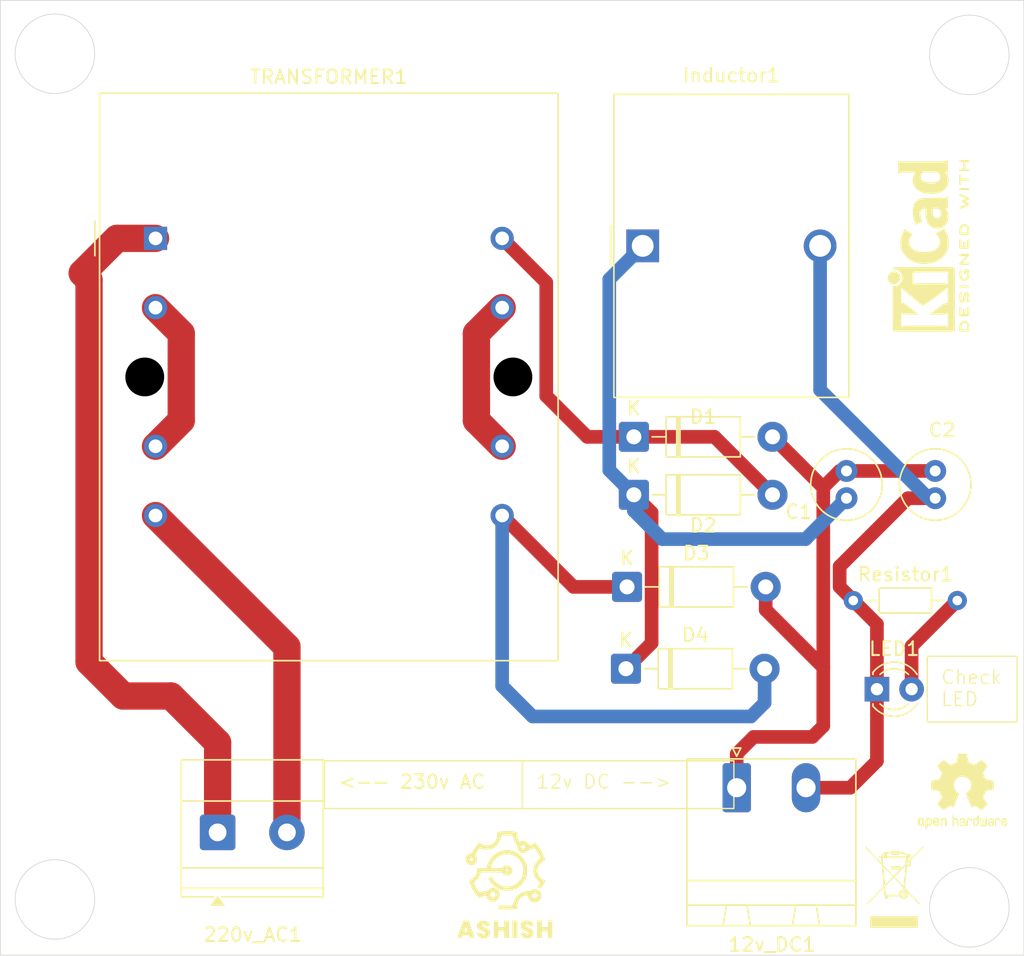
<source format=kicad_pcb>
(kicad_pcb (version 20241229) (generator "pcbnew") (generator_version "9.0")
  (layers (0 "F.Cu" signal) (2 "B.Cu" signal) (13 "F.Paste" user) (15 "B.Paste" user) (5 "F.SilkS" user "F.Silkscreen") (7 "B.SilkS" user "B.Silkscreen") (1 "F.Mask" user) (3 "B.Mask" user) (25 "Edge.Cuts" user))
  (net 0 "")
  (net 1 "Net-(12v_DC1-Pin_2)")
  (net 2 "Net-(12v_DC1-Pin_1)")
  (net 3 "Net-(220v_AC1-Pin_2)")
  (net 4 "Net-(220v_AC1-Pin_1)")
  (net 5 "Net-(D2-K)")
  (net 6 "Net-(D1-K)")
  (net 7 "Net-(D3-K)")
  (net 8 "Net-(LED1-A)")
  (net 9 "Net-(TRANSFORMER1-Pad3)")
  (net 10 "Net-(TRANSFORMER1-Pad10)")
  (footprint "Symbol:KiCad-Logo2_5mm_SilkScreen" (layer "F.Cu") (at 127 77.5 90)
    (property "Reference" "REF**" (hide yes))
    (property "Value" "KiCad-Logo2_5mm_SilkScreen" (hide yes))
  )
  (footprint "Capacitor_THT:C_Radial_D5.0mm_H11.0mm_P2.00mm" (layer "F.Cu") (at 127.5 96 90)
    (property "Reference" "C2" (at 5 0.5 180) (layer "F.SilkS"))
    (property "Value" "~" (hide yes))
    (pad "1" thru_hole circle (at 0 0 90) (size 1.6 1.6) (drill 0.8) (layers "*.Cu" "*.Mask") (net 1 "Net-(12v_DC1-Pin_2)"))
    (pad "2" thru_hole circle (at 2 0 90) (size 1.6 1.6) (drill 0.8) (layers "*.Cu" "*.Mask") (net 2 "Net-(12v_DC1-Pin_1)"))
  )
  (footprint "Connector_Phoenix_MSTB:PhoenixContact_MSTBA_2,5_2-G-5,08_1x02_P5.08mm_Horizontal" (layer "F.Cu") (at 112.955 117.2225)
    (property "Reference" "12v_DC1" (at 2.58 11.5 0) (layer "F.SilkS"))
    (property "Value" "~" (hide yes))
    (pad "1" thru_hole roundrect (at 0 0) (size 2.08 3.6) (drill 1.4) (layers "*.Cu" "*.Mask") (roundrect_rratio 0.120192) (net 2 "Net-(12v_DC1-Pin_1)"))
    (pad "2" thru_hole oval (at 5.08 0) (size 2.08 3.6) (drill 1.4) (layers "*.Cu" "*.Mask") (net 1 "Net-(12v_DC1-Pin_2)"))
  )
  (footprint "Diode_THT:D_DO-41_SOD81_P10.16mm_Horizontal" (layer "F.Cu") (at 105.42 95.75)
    (property "Reference" "D2" (at 5.08 2.25 0) (layer "F.SilkS"))
    (property "Value" "~" (hide yes))
    (fp_text user "K" (at 0 -2.1 0) (layer "F.SilkS"))
    (pad "1" thru_hole roundrect (at 0 0) (size 2.2 2.2) (drill 1.1) (layers "*.Cu" "*.Mask") (roundrect_rratio 0.113636) (net 5 "Net-(D2-K)"))
    (pad "2" thru_hole circle (at 10.16 0) (size 2.2 2.2) (drill 1.1) (layers "*.Cu" "*.Mask") (net 6 "Net-(D1-K)"))
  )
  (footprint "Resistor_THT:R_Axial_DIN0204_L3.6mm_D1.6mm_P7.62mm_Horizontal" (layer "F.Cu") (at 121.5 103.5)
    (property "Reference" "Resistor1" (at 3.81 -1.92 0) (layer "F.SilkS"))
    (property "Value" "~" (hide yes))
    (pad "1" thru_hole circle (at 0 0) (size 1.4 1.4) (drill 0.7) (layers "*.Cu" "*.Mask") (net 1 "Net-(12v_DC1-Pin_2)"))
    (pad "2" thru_hole circle (at 7.62 0) (size 1.4 1.4) (drill 0.7) (layers "*.Cu" "*.Mask") (net 8 "Net-(LED1-A)"))
  )
  (footprint "Diode_THT:D_DO-41_SOD81_P10.16mm_Horizontal" (layer "F.Cu") (at 105.42 91.5)
    (property "Reference" "D1" (at 5.08 -1.47 0) (layer "F.SilkS"))
    (property "Value" "~")
    (fp_text user "K" (at 0 -2.1 0) (layer "F.SilkS"))
    (pad "1" thru_hole roundrect (at 0 0) (size 2.2 2.2) (drill 1.1) (layers "*.Cu" "*.Mask") (roundrect_rratio 0.113636) (net 6 "Net-(D1-K)"))
    (pad "2" thru_hole circle (at 10.16 0) (size 2.2 2.2) (drill 1.1) (layers "*.Cu" "*.Mask") (net 2 "Net-(12v_DC1-Pin_1)"))
  )
  (footprint "TerminalBlock_Phoenix:TerminalBlock_Phoenix_MKDS-1,5-2-5.08_1x02_P5.08mm_Horizontal" (layer "F.Cu") (at 74.92 120.5)
    (property "Reference" "220v_AC1" (at 2.58 7.5 0) (layer "F.SilkS"))
    (property "Value" "~" (hide yes))
    (pad "1" thru_hole roundrect (at 0 0) (size 2.6 2.6) (drill 1.3) (layers "*.Cu" "*.Mask") (roundrect_rratio 0.096154) (net 4 "Net-(220v_AC1-Pin_1)"))
    (pad "2" thru_hole circle (at 5.08 0) (size 2.6 2.6) (drill 1.3) (layers "*.Cu" "*.Mask") (net 3 "Net-(220v_AC1-Pin_2)"))
  )
  (footprint "Diode_THT:D_DO-41_SOD81_P10.16mm_Horizontal" (layer "F.Cu") (at 104.84 108.5)
    (property "Reference" "D4" (at 5.08 -2.47 0) (layer "F.SilkS"))
    (property "Value" "~" (hide yes))
    (fp_text user "K" (at 0 -2.1 0) (layer "F.SilkS"))
    (pad "1" thru_hole roundrect (at 0 0) (size 2.2 2.2) (drill 1.1) (layers "*.Cu" "*.Mask") (roundrect_rratio 0.113636) (net 5 "Net-(D2-K)"))
    (pad "2" thru_hole circle (at 10.16 0) (size 2.2 2.2) (drill 1.1) (layers "*.Cu" "*.Mask") (net 7 "Net-(D3-K)"))
  )
  (footprint "Symbol:WEEE-Logo_4.2x6mm_SilkScreen" (layer "F.Cu") (at 124.5 124.5)
    (property "Reference" "REF**" (hide yes))
    (property "Value" "WEEE-Logo_4.2x6mm_SilkScreen" (hide yes))
  )
  (footprint "Inductor_THT_Wurth:L_Wurth_WE-HCFT-2012_LeadDiameter1.2mm" (layer "F.Cu") (at 106.0675 77.5)
    (property "Reference" "Inductor1" (at 6.5 -12.5 0) (layer "F.SilkS"))
    (property "Value" "~" (hide yes))
    (pad "1" thru_hole rect (at 0 0) (size 2.4 2.4) (drill 1.6) (layers "*.Cu" "*.Mask") (net 5 "Net-(D2-K)"))
    (pad "2" thru_hole circle (at 13 0) (size 2.4 2.4) (drill 1.6) (layers "*.Cu" "*.Mask") (net 1 "Net-(12v_DC1-Pin_2)"))
  )
  (footprint "LED_THT:LED_D3.0mm" (layer "F.Cu") (at 123.23 110)
    (property "Reference" "LED1" (at 1.27 -2.96 0) (layer "F.SilkS"))
    (property "Value" "~" (hide yes))
    (pad "1" thru_hole rect (at 0 0) (size 1.8 1.8) (drill 0.9) (layers "*.Cu" "*.Mask") (net 1 "Net-(12v_DC1-Pin_2)"))
    (pad "2" thru_hole circle (at 2.54 0) (size 1.8 1.8) (drill 0.9) (layers "*.Cu" "*.Mask") (net 8 "Net-(LED1-A)"))
  )
  (footprint "My logos:Logo" (layer "F.Cu") (at 96 125)
    (property "Reference" "G***" (hide yes))
    (property "Value" "LOGO" (hide yes))
  )
  (footprint "Capacitor_THT:C_Radial_D5.0mm_H11.0mm_P2.00mm" (layer "F.Cu") (at 121 96 90)
    (property "Reference" "C1" (at -1 -3.5 180) (layer "F.SilkS"))
    (property "Value" "~" (hide yes))
    (pad "1" thru_hole circle (at 0 0 90) (size 1.6 1.6) (drill 0.8) (layers "*.Cu" "*.Mask") (net 5 "Net-(D2-K)"))
    (pad "2" thru_hole circle (at 2 0 90) (size 1.6 1.6) (drill 0.8) (layers "*.Cu" "*.Mask") (net 2 "Net-(12v_DC1-Pin_1)"))
  )
  (footprint "Transformer_THT:Transformer_Triad_VPP16-310" (layer "F.Cu") (at 70.37 76.95)
    (property "Reference" "TRANSFORMER1" (at 12.7 -11.84 0) (layer "F.SilkS"))
    (property "Value" "~" (hide yes))
    (pad "" np_thru_hole circle (at -0.7874 10.16) (size 2.8448 2.8448) (drill 2.8448) (layers "*.Mask"))
    (pad "" np_thru_hole circle (at 26.1874 10.16) (size 2.8448 2.8448) (drill 2.8448) (layers "*.Mask"))
    (pad "1" thru_hole rect (at 0 0) (size 1.7 1.7) (drill 1) (layers "*.Cu" "*.Mask") (net 4 "Net-(220v_AC1-Pin_1)"))
    (pad "3" thru_hole circle (at 0 5.08) (size 1.7 1.7) (drill 1) (layers "*.Cu" "*.Mask") (net 9 "Net-(TRANSFORMER1-Pad3)"))
    (pad "4" thru_hole circle (at 0 15.24) (size 1.7 1.7) (drill 1) (layers "*.Cu" "*.Mask") (net 9 "Net-(TRANSFORMER1-Pad3)"))
    (pad "6" thru_hole circle (at 0 20.32) (size 1.7 1.7) (drill 1) (layers "*.Cu" "*.Mask") (net 3 "Net-(220v_AC1-Pin_2)"))
    (pad "7" thru_hole circle (at 25.4 0) (size 1.7 1.7) (drill 1) (layers "*.Cu" "*.Mask") (net 6 "Net-(D1-K)"))
    (pad "9" thru_hole circle (at 25.4 5.08) (size 1.7 1.7) (drill 1) (layers "*.Cu" "*.Mask") (net 10 "Net-(TRANSFORMER1-Pad10)"))
    (pad "10" thru_hole circle (at 25.4 15.24) (size 1.7 1.7) (drill 1) (layers "*.Cu" "*.Mask") (net 10 "Net-(TRANSFORMER1-Pad10)"))
    (pad "12" thru_hole circle (at 25.4 20.32) (size 1.7 1.7) (drill 1) (layers "*.Cu" "*.Mask") (net 7 "Net-(D3-K)"))
  )
  (footprint "Symbol:OSHW-Logo2_7.3x6mm_SilkScreen" (layer "F.Cu") (at 129.5 117.5)
    (property "Reference" "REF**" (hide yes))
    (property "Value" "OSHW-Logo2_7.3x6mm_SilkScreen" (hide yes))
  )
  (footprint "Diode_THT:D_DO-41_SOD81_P10.16mm_Horizontal" (layer "F.Cu") (at 104.92 102.5)
    (property "Reference" "D3" (at 5.08 -2.47 0) (layer "F.SilkS"))
    (property "Value" "~" (hide yes))
    (fp_text user "K" (at 0 -2.1 0) (layer "F.SilkS"))
    (pad "1" thru_hole roundrect (at 0 0) (size 2.2 2.2) (drill 1.1) (layers "*.Cu" "*.Mask") (roundrect_rratio 0.113636) (net 7 "Net-(D3-K)"))
    (pad "2" thru_hole circle (at 10.16 0) (size 2.2 2.2) (drill 1.1) (layers "*.Cu" "*.Mask") (net 2 "Net-(12v_DC1-Pin_1)"))
  )
  (gr_circle (center 130 63.5) (end 127.938985 65.561015) (stroke (width 0.05)) (fill no) (layer "Edge.Cuts"))
  (gr_rect (start 59 59.5) (end 134 129.5) (stroke (width 0.05)) (fill no) (layer "Edge.Cuts"))
  (gr_circle (center 63 125.414715) (end 60.938985 127.47573) (stroke (width 0.05)) (fill no) (layer "Edge.Cuts"))
  (gr_circle (center 130 126) (end 127.938985 128.061015) (stroke (width 0.05)) (fill no) (layer "Edge.Cuts"))
  (gr_circle (center 63 63.414715) (end 60.938985 65.47573) (stroke (width 0.05)) (fill no) (layer "Edge.Cuts"))
  (gr_text_box "12v DC -->" (start 97.25 115.25) (end 112.75 118.75) (margins 1.0025 1.0025 1.0025 1.0025) (layer "F.SilkS") (effects (font (size 1 1) (thickness 0.1)) (justify left top)) (border yes) (stroke (width 0.1)))
  (gr_text_box "<-- 230v AC " (start 82.75 115.25) (end 97.25 118.75) (margins 1.0025 1.0025 1.0025 1.0025) (layer "F.SilkS") (effects (font (size 1 1)) (justify left top)) (border yes) (stroke (width 0.1)))
  (gr_text_box "Check LED\n" (start 126.918272 107.584136) (end 133.5 112.415864) (margins 1.0025 1.0025 1.0025 1.0025) (layer "F.SilkS") (effects (font (size 1 1) (thickness 0.1)) (justify left top)) (border yes) (stroke (width 0.1)))
  (segment (start 120.5 102.5) (end 120.5 101) (width 1) (layer "F.Cu") (net 1))
  (segment (start 125.5 96) (end 127.5 96) (width 1) (layer "F.Cu") (net 1))
  (segment (start 121.2775 117.2225) (end 118.035 117.2225) (width 1) (layer "F.Cu") (net 1))
  (segment (start 121.5 103.5) (end 120.5 102.5) (width 1) (layer "F.Cu") (net 1))
  (segment (start 123.23 105.23) (end 121.5 103.5) (width 1) (layer "F.Cu") (net 1))
  (segment (start 120.5 101) (end 125.5 96) (width 1) (layer "F.Cu") (net 1))
  (segment (start 123.23 110) (end 123.23 105.23) (width 1) (layer "F.Cu") (net 1))
  (segment (start 123.23 115.27) (end 121.2775 117.2225) (width 1) (layer "F.Cu") (net 1))
  (segment (start 123.23 110) (end 123.23 115.27) (width 1) (layer "F.Cu") (net 1))
  (segment (start 127 96) (end 127.5 96) (width 1) (layer "B.Cu") (net 1))
  (segment (start 119.0675 77.5) (end 119.0675 88.0675) (width 1) (layer "B.Cu") (net 1))
  (segment (start 119.0675 88.0675) (end 127 96) (width 1) (layer "B.Cu") (net 1))
  (segment (start 120.5 94) (end 119.299001 95.200999) (width 1) (layer "F.Cu") (net 2))
  (segment (start 112.955 114.74347) (end 112.955 117.2225) (width 1) (layer "F.Cu") (net 2))
  (segment (start 115.08 104.180468) (end 119.299001 108.399469) (width 1) (layer "F.Cu") (net 2))
  (segment (start 119.280999 95.200999) (end 115.58 91.5) (width 1) (layer "F.Cu") (net 2))
  (segment (start 118.5 113.5) (end 114.19847 113.5) (width 1) (layer "F.Cu") (net 2))
  (segment (start 119.299001 108.399469) (end 119.299001 112.700999) (width 1) (layer "F.Cu") (net 2))
  (segment (start 115.08 102.5) (end 115.08 104.180468) (width 1) (layer "F.Cu") (net 2))
  (segment (start 127.5 94) (end 121 94) (width 1) (layer "F.Cu") (net 2))
  (segment (start 121 94) (end 120.5 94) (width 1) (layer "F.Cu") (net 2))
  (segment (start 114.19847 113.5) (end 112.955 114.74347) (width 1) (layer "F.Cu") (net 2))
  (segment (start 119.299001 95.200999) (end 119.299001 108.399469) (width 1) (layer "F.Cu") (net 2))
  (segment (start 119.299001 112.700999) (end 118.5 113.5) (width 1) (layer "F.Cu") (net 2))
  (segment (start 119.299001 95.200999) (end 119.280999 95.200999) (width 1) (layer "F.Cu") (net 2))
  (segment (start 70.37 97.27) (end 80 106.9) (width 2) (layer "F.Cu") (net 3))
  (segment (start 80 106.9) (end 80 120.5) (width 2) (layer "F.Cu") (net 3))
  (segment (start 65 79.5) (end 65.5 80) (width 2) (layer "F.Cu") (net 4))
  (segment (start 67.55 76.95) (end 65 79.5) (width 2) (layer "F.Cu") (net 4))
  (segment (start 74.92 113.92) (end 74.92 120.5) (width 2) (layer "F.Cu") (net 4))
  (segment (start 71.5 110.5) (end 74.92 113.92) (width 2) (layer "F.Cu") (net 4))
  (segment (start 65.5 108) (end 68 110.5) (width 2) (layer "F.Cu") (net 4))
  (segment (start 68 110.5) (end 71.5 110.5) (width 2) (layer "F.Cu") (net 4))
  (segment (start 70.37 76.95) (end 67.55 76.95) (width 2) (layer "F.Cu") (net 4))
  (segment (start 65.5 80) (end 65.5 108) (width 2) (layer "F.Cu") (net 4))
  (segment (start 106.721 106.619) (end 104.84 108.5) (width 1) (layer "F.Cu") (net 5))
  (segment (start 106.721 97.051) (end 106.721 106.619) (width 1) (layer "F.Cu") (net 5))
  (segment (start 105.42 95.75) (end 106.721 97.051) (width 1) (layer "F.Cu") (net 5))
  (segment (start 106.0675 77.5) (end 103.619 79.9485) (width 1) (layer "B.Cu") (net 5))
  (segment (start 118 99) (end 107.5 99) (width 1) (layer "B.Cu") (net 5))
  (segment (start 121 96) (end 118 99) (width 1) (layer "B.Cu") (net 5))
  (segment (start 105.42 96.92) (end 105.42 95.75) (width 1) (layer "B.Cu") (net 5))
  (segment (start 103.619 93.949) (end 105.42 95.75) (width 1) (layer "B.Cu") (net 5))
  (segment (start 107.5 99) (end 105.42 96.92) (width 1) (layer "B.Cu") (net 5))
  (segment (start 103.619 79.9485) (end 103.619 93.949) (width 1) (layer "B.Cu") (net 5))
  (segment (start 105.42 91.5) (end 111.33 91.5) (width 1) (layer "F.Cu") (net 6))
  (segment (start 111.33 91.5) (end 115.58 95.75) (width 1) (layer "F.Cu") (net 6))
  (segment (start 99 80.18) (end 99 88.5) (width 1) (layer "F.Cu") (net 6))
  (segment (start 102 91.5) (end 105.42 91.5) (width 1) (layer "F.Cu") (net 6))
  (segment (start 99 88.5) (end 102 91.5) (width 1) (layer "F.Cu") (net 6))
  (segment (start 95.77 76.95) (end 99 80.18) (width 1) (layer "F.Cu") (net 6))
  (segment (start 101 102.5) (end 104.92 102.5) (width 1) (layer "F.Cu") (net 7))
  (segment (start 95.77 97.27) (end 101 102.5) (width 1) (layer "F.Cu") (net 7))
  (segment (start 98 112) (end 95.77 109.77) (width 1) (layer "B.Cu") (net 7))
  (segment (start 115 108.5) (end 115 111) (width 1) (layer "B.Cu") (net 7))
  (segment (start 115 111) (end 114 112) (width 1) (layer "B.Cu") (net 7))
  (segment (start 95.77 109.77) (end 95.77 97.27) (width 1) (layer "B.Cu") (net 7))
  (segment (start 114 112) (end 98 112) (width 1) (layer "B.Cu") (net 7))
  (segment (start 125.77 110) (end 125.77 106.85) (width 1) (layer "F.Cu") (net 8))
  (segment (start 125.77 106.85) (end 129.12 103.5) (width 1) (layer "F.Cu") (net 8))
  (segment (start 72.256 90.304) (end 70.37 92.19) (width 2) (layer "F.Cu") (net 9))
  (segment (start 72.256 83.916) (end 72.256 90.304) (width 2) (layer "F.Cu") (net 9))
  (segment (start 70.37 82.03) (end 72.256 83.916) (width 2) (layer "F.Cu") (net 9))
  (segment (start 95.77 82.03) (end 93.884 83.916) (width 2) (layer "F.Cu") (net 10))
  (segment (start 93.884 83.916) (end 93.884 90.304) (width 2) (layer "F.Cu") (net 10))
  (segment (start 93.884 90.304) (end 95.77 92.19) (width 2) (layer "F.Cu") (net 10))
)
</source>
